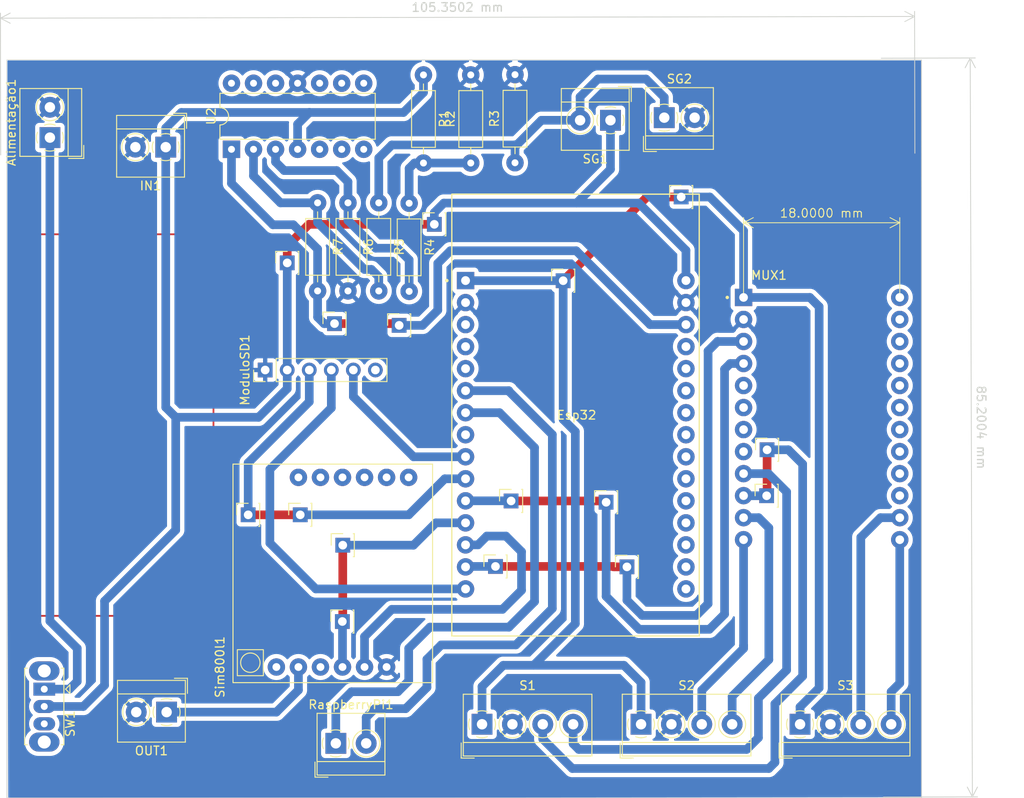
<source format=kicad_pcb>
(kicad_pcb (version 20221018) (generator pcbnew)
  (layers (0 "F.Cu" signal) (31 "B.Cu" signal) (34 "B.Paste" user) (35 "F.Paste" user) (36 "B.SilkS" user "B.Silkscreen") (37 "F.SilkS" user "F.Silkscreen") (38 "B.Mask" user) (39 "F.Mask" user) (44 "Edge.Cuts" user))
  (net 0 "")
  (net 1 "Vin")
  (net 2 "GND")
  (net 3 "3V3")
  (net 4 "SC0")
  (net 5 "SD0")
  (net 6 "SC1")
  (net 7 "SD1")
  (net 8 "SC2")
  (net 9 "SD2")
  (net 16 "VCC")
  (net 17 "MISO")
  (net 18 "MOSI")
  (net 19 "SCK")
  (net 20 "CS")
  (net 21 "4,1V")
  (net 22 "RX")
  (net 23 "TX")
  (net 24 "SDA")
  (net 25 "SCL")
  (net 57 "S+")
  (net 58 "S-")
  (net 59 "RX_Rasp")
  (net 60 "TX_Rasp")
  (net 62 "Vo")
  (net 63 "Net-(U2A--)")
  (net 64 "Net-(U2A-+)")
  (footprint "Connector_PinSocket_2.54mm:PinSocket_1x01_P2.54mm_Vertical" (layer "F.Cu") (at 100.8 89.81 90)
    (fp_text reference "REF**" hide)
    (fp_text value "PinSocket_1x01_P2.54mm_Vertical" hide)
    (pad "1" thru_hole rect (at 0 0 90) (size 1.7 1.7) (drill 1) (layers "*.Cu" "*.Mask") (net 1 "Vin"))
  )
  (footprint "Resistor_THT:R_Axial_DIN0207_L6.3mm_D2.5mm_P10.16mm_Horizontal" (layer "F.Cu") (at 90.85 87.33 -90)
    (fp_text reference "R6" (at 5.08 -2.37 -270) (layer "F.SilkS"))
    (fp_text value "R")
    (pad "1" thru_hole circle (at 0 0 270) (size 2 2) (drill 0.8) (layers "*.Cu" "*.Mask") (net 64 "Net-(U2A-+)"))
    (pad "2" thru_hole circle (at 10.16 0 270) (size 2 2) (drill 0.8) (layers "*.Cu" "*.Mask") (net 2 "GND"))
  )
  (footprint "Connector_PinSocket_2.54mm:PinSocket_1x01_P2.54mm_Vertical" (layer "F.Cu") (at 115.65 96.31 90)
    (fp_text reference "REF**" hide)
    (fp_text value "PinSocket_1x01_P2.54mm_Vertical" hide)
    (pad "1" thru_hole rect (at 0 0 90) (size 1.7 1.7) (drill 1) (layers "*.Cu" "*.Mask") (net 3 "3V3"))
  )
  (footprint "TerminalBlock_4Ucon:TerminalBlock_4Ucon_1x02_P3.50mm_Horizontal" (layer "F.Cu") (at 69.85 80.91 180)
    (fp_text reference "IN1" (at 1.75 -4.46) (layer "F.SilkS"))
    (fp_text value "Conn_01x02")
    (pad "1" thru_hole rect (at 0 0 180) (size 2.4 2.4) (drill 1.2) (layers "*.Cu" "*.Mask") (net 1 "Vin"))
    (pad "2" thru_hole circle (at 3.5 0 180) (size 2.4 2.4) (drill 1.2) (layers "*.Cu" "*.Mask") (net 2 "GND"))
  )
  (footprint "Connector_PinSocket_2.54mm:PinSocket_1x01_P2.54mm_Vertical" (layer "F.Cu") (at 90.25 126.81 90)
    (fp_text reference "REF**" hide)
    (fp_text value "PinSocket_1x01_P2.54mm_Vertical" hide)
    (pad "1" thru_hole rect (at 0 0 90) (size 1.7 1.7) (drill 1) (layers "*.Cu" "*.Mask") (net 22 "RX"))
  )
  (footprint "Connector_PinSocket_2.54mm:PinSocket_1x01_P2.54mm_Vertical" (layer "F.Cu") (at 85.35 123.31 90)
    (fp_text reference "REF**" hide)
    (fp_text value "PinSocket_1x01_P2.54mm_Vertical" hide)
    (pad "1" thru_hole rect (at 0 0 90) (size 1.7 1.7) (drill 1) (layers "*.Cu" "*.Mask") (net 17 "MISO"))
  )
  (footprint "TerminalBlock_4Ucon:TerminalBlock_4Ucon_1x04_P3.50mm_Horizontal" (layer "F.Cu") (at 106.3 147.46)
    (fp_text reference "S1" (at 5.25 -4.46) (layer "F.SilkS"))
    (fp_text value "Screw_Terminal_01x04")
    (pad "1" thru_hole rect (at 0 0) (size 2.4 2.4) (drill 1.2) (layers "*.Cu" "*.Mask") (net 3 "3V3"))
    (pad "2" thru_hole circle (at 3.5 0) (size 2.4 2.4) (drill 1.2) (layers "*.Cu" "*.Mask") (net 2 "GND"))
    (pad "3" thru_hole circle (at 7 0) (size 2.4 2.4) (drill 1.2) (layers "*.Cu" "*.Mask") (net 4 "SC0"))
    (pad "4" thru_hole circle (at 10.5 0) (size 2.4 2.4) (drill 1.2) (layers "*.Cu" "*.Mask") (net 5 "SD0"))
  )
  (footprint "Connector_PinSocket_2.54mm:PinSocket_1x01_P2.54mm_Vertical" (layer "F.Cu") (at 129.25 86.66 90)
    (fp_text reference "REF**" hide)
    (fp_text value "PinSocket_1x01_P2.54mm_Vertical" hide)
    (pad "1" thru_hole rect (at 0 0 90) (size 1.7 1.7) (drill 1) (layers "*.Cu" "*.Mask") (net 3 "3V3"))
  )
  (footprint "Resistor_THT:R_Axial_DIN0207_L6.3mm_D2.5mm_P10.16mm_Horizontal" (layer "F.Cu") (at 110.1 82.71 90)
    (fp_text reference "R3" (at 5.08 -2.37 90) (layer "F.SilkS"))
    (fp_text value "R")
    (pad "1" thru_hole circle (at 0 0 90) (size 2 2) (drill 0.8) (layers "*.Cu" "*.Mask") (net 58 "S-"))
    (pad "2" thru_hole circle (at 10.16 0 90) (size 2 2) (drill 0.8) (layers "*.Cu" "*.Mask") (net 2 "GND"))
  )
  (footprint "Connector_PinSocket_2.54mm:PinSocket_1x01_P2.54mm_Vertical" (layer "F.Cu") (at 79.35 123.31 90)
    (fp_text reference "REF**" hide)
    (fp_text value "PinSocket_1x01_P2.54mm_Vertical" hide)
    (pad "1" thru_hole rect (at 0 0 90) (size 1.7 1.7) (drill 1) (layers "*.Cu" "*.Mask") (net 17 "MISO"))
  )
  (footprint "Connector_PinSocket_2.54mm:PinSocket_1x01_P2.54mm_Vertical" (layer "F.Cu") (at 89.3 101.26 90)
    (fp_text reference "REF**" hide)
    (fp_text value "PinSocket_1x01_P2.54mm_Vertical" hide)
    (pad "1" thru_hole rect (at 0 0 90) (size 1.7 1.7) (drill 1) (layers "*.Cu" "*.Mask") (net 62 "Vo"))
  )
  (footprint "Connector_PinHeader_2.54mm:PinHeader_1x06_P2.54mm_Vertical" (layer "F.Cu") (at 81.31 106.61 90)
    (fp_text reference "ModuloSD1" (at 0 -2.33 90) (layer "F.SilkS"))
    (fp_text value "Conn_01x06")
    (pad "1" thru_hole rect (at 0 0 90) (size 1.7 1.7) (drill 1) (layers "*.Cu" "*.Mask") (net 2 "GND"))
    (pad "2" thru_hole oval (at 0 2.54 90) (size 1.7 1.7) (drill 1) (layers "*.Cu" "*.Mask") (net 1 "Vin"))
    (pad "3" thru_hole oval (at 0 5.08 90) (size 1.7 1.7) (drill 1) (layers "*.Cu" "*.Mask") (net 17 "MISO"))
    (pad "4" thru_hole oval (at 0 7.62 90) (size 1.7 1.7) (drill 1) (layers "*.Cu" "*.Mask") (net 18 "MOSI"))
    (pad "5" thru_hole oval (at 0 10.16 90) (size 1.7 1.7) (drill 1) (layers "*.Cu" "*.Mask") (net 19 "SCK"))
    (pad "6" thru_hole oval (at 0 12.7 90) (size 1.7 1.7) (drill 1) (layers "*.Cu" "*.Mask") (net 20 "CS"))
  )
  (footprint "TerminalBlock_4Ucon:TerminalBlock_4Ucon_1x02_P3.50mm_Horizontal" (layer "F.Cu") (at 89.45 149.66)
    (fp_text reference "RaspberryPi1" (at 1.75 -4.46) (layer "F.SilkS"))
    (fp_text value "Conn_01x02")
    (pad "1" thru_hole rect (at 0 0) (size 2.4 2.4) (drill 1.2) (layers "*.Cu" "*.Mask") (net 60 "TX_Rasp"))
    (pad "2" thru_hole circle (at 3.5 0) (size 2.4 2.4) (drill 1.2) (layers "*.Cu" "*.Mask") (net 59 "RX_Rasp"))
  )
  (footprint "MUX:MODULE_2717" (layer "F.Cu") (at 142.25 112.22)
    (fp_text reference "MUX1" (at -2.88 -16.53) (layer "F.SilkS"))
    (fp_text value "2717" hide)
    (pad "1" thru_hole rect (at -5.81 -13.98) (size 2 2) (drill 1) (layers "*.Cu" "*.Mask") (net 3 "3V3"))
    (pad "2" thru_hole circle (at -5.81 -11.44) (size 2 2) (drill 1) (layers "*.Cu" "*.Mask") (net 2 "GND"))
    (pad "3" thru_hole circle (at -5.81 -8.9) (size 2 2) (drill 1) (layers "*.Cu" "*.Mask") (net 24 "SDA"))
    (pad "4" thru_hole circle (at -5.81 -6.36) (size 2 2) (drill 1) (layers "*.Cu" "*.Mask") (net 25 "SCL"))
    (pad "5" thru_hole circle (at -5.81 -3.82) (size 2 2) (drill 1) (layers "*.Cu" "*.Mask"))
    (pad "6" thru_hole circle (at -5.81 -1.28) (size 2 2) (drill 1) (layers "*.Cu" "*.Mask"))
    (pad "7" thru_hole circle (at -5.81 1.26) (size 2 2) (drill 1) (layers "*.Cu" "*.Mask"))
    (pad "8" thru_hole circle (at -5.81 3.8) (size 2 2) (drill 1) (layers "*.Cu" "*.Mask"))
    (pad "9" thru_hole circle (at -5.81 6.34) (size 2 2) (drill 1) (layers "*.Cu" "*.Mask") (net 5 "SD0"))
    (pad "10" thru_hole circle (at -5.81 8.88) (size 2 2) (drill 1) (layers "*.Cu" "*.Mask") (net 4 "SC0"))
    (pad "11" thru_hole circle (at -5.81 11.42) (size 2 2) (drill 1) (layers "*.Cu" "*.Mask") (net 7 "SD1"))
    (pad "12" thru_hole circle (at -5.81 13.96) (size 2 2) (drill 1) (layers "*.Cu" "*.Mask") (net 6 "SC1"))
    (pad "13" thru_hole circle (at 12.19 13.96) (size 2 2) (drill 1) (layers "*.Cu" "*.Mask") (net 9 "SD2"))
    (pad "14" thru_hole circle (at 12.19 11.42) (size 2 2) (drill 1) (layers "*.Cu" "*.Mask") (net 8 "SC2"))
    (pad "15" thru_hole circle (at 12.19 8.88) (size 2 2) (drill 1) (layers "*.Cu" "*.Mask"))
    (pad "16" thru_hole circle (at 12.19 6.34) (size 2 2) (drill 1) (layers "*.Cu" "*.Mask"))
    (pad "17" thru_hole circle (at 12.19 3.8) (size 2 2) (drill 1) (layers "*.Cu" "*.Mask"))
    (pad "18" thru_hole circle (at 12.19 1.26) (size 2 2) (drill 1) (layers "*.Cu" "*.Mask"))
    (pad "19" thru_hole circle (at 12.19 -1.28) (size 2 2) (drill 1) (layers "*.Cu" "*.Mask"))
    (pad "20" thru_hole circle (at 12.19 -3.82) (size 2 2) (drill 1) (layers "*.Cu" "*.Mask"))
    (pad "21" thru_hole circle (at 12.19 -6.36) (size 2 2) (drill 1) (layers "*.Cu" "*.Mask"))
    (pad "22" thru_hole circle (at 12.19 -8.9) (size 2 2) (drill 1) (layers "*.Cu" "*.Mask"))
    (pad "23" thru_hole circle (at 12.19 -11.44) (size 2 2) (drill 1) (layers "*.Cu" "*.Mask"))
    (pad "24" thru_hole circle (at 12.19 -13.98) (size 2 2) (drill 1) (layers "*.Cu" "*.Mask"))
  )
  (footprint "Package_DIP:DIP-14_W7.62mm" (layer "F.Cu") (at 77.425 81.16 90)
    (fp_text reference "U2" (at 3.81 -2.33 90) (layer "F.SilkS"))
    (fp_text value "LM324")
    (pad "1" thru_hole rect (at 0 0 90) (size 2 2) (drill 0.8) (layers "*.Cu" "*.Mask") (net 62 "Vo"))
    (pad "2" thru_hole circle (at 0 2.54 90) (size 2 2) (drill 0.8) (layers "*.Cu" "*.Mask") (net 63 "Net-(U2A--)"))
    (pad "3" thru_hole circle (at 0 5.08 90) (size 2 2) (drill 0.8) (layers "*.Cu" "*.Mask") (net 64 "Net-(U2A-+)"))
    (pad "4" thru_hole circle (at 0 7.62 90) (size 2 2) (drill 0.8) (layers "*.Cu" "*.Mask") (net 1 "Vin"))
    (pad "5" thru_hole circle (at 0 10.16 90) (size 2 2) (drill 0.8) (layers "*.Cu" "*.Mask"))
    (pad "6" thru_hole circle (at 0 12.7 90) (size 2 2) (drill 0.8) (layers "*.Cu" "*.Mask"))
    (pad "7" thru_hole circle (at 0 15.24 90) (size 2 2) (drill 0.8) (layers "*.Cu" "*.Mask"))
    (pad "8" thru_hole circle (at 7.62 15.24 90) (size 2 2) (drill 0.8) (layers "*.Cu" "*.Mask"))
    (pad "9" thru_hole circle (at 7.62 12.7 90) (size 2 2) (drill 0.8) (layers "*.Cu" "*.Mask"))
    (pad "10" thru_hole circle (at 7.62 10.16 90) (size 2 2) (drill 0.8) (layers "*.Cu" "*.Mask"))
    (pad "11" thru_hole circle (at 7.62 7.62 90) (size 2 2) (drill 0.8) (layers "*.Cu" "*.Mask") (net 2 "GND"))
    (pad "12" thru_hole circle (at 7.62 5.08 90) (size 2 2) (drill 0.8) (layers "*.Cu" "*.Mask"))
    (pad "13" thru_hole circle (at 7.62 2.54 90) (size 2 2) (drill 0.8) (layers "*.Cu" "*.Mask"))
    (pad "14" thru_hole circle (at 7.62 0 90) (size 2 2) (drill 0.8) (layers "*.Cu" "*.Mask"))
  )
  (footprint "TerminalBlock_4Ucon:TerminalBlock_4Ucon_1x02_P3.50mm_Horizontal" (layer "F.Cu") (at 127.3 77.51)
    (fp_text reference "SG2" (at 1.75 -4.46) (layer "F.SilkS"))
    (fp_text value "Conn_01x02")
    (pad "1" thru_hole rect (at 0 0) (size 2.4 2.4) (drill 1.2) (layers "*.Cu" "*.Mask") (net 58 "S-"))
    (pad "2" thru_hole circle (at 3.5 0) (size 2.4 2.4) (drill 1.2) (layers "*.Cu" "*.Mask") (net 2 "GND"))
  )
  (footprint "TerminalBlock_4Ucon:TerminalBlock_4Ucon_1x02_P3.50mm_Horizontal" (layer "F.Cu") (at 121.1 77.81 180)
    (fp_text reference "SG1" (at 1.75 -4.46) (layer "F.SilkS"))
    (fp_text value "Conn_01x02")
    (pad "1" thru_hole rect (at 0 0 180) (size 2.4 2.4) (drill 1.2) (layers "*.Cu" "*.Mask") (net 1 "Vin"))
    (pad "2" thru_hole circle (at 3.5 0 180) (size 2.4 2.4) (drill 1.2) (layers "*.Cu" "*.Mask") (net 58 "S-"))
  )
  (footprint "Resistor_THT:R_Axial_DIN0207_L6.3mm_D2.5mm_P10.16mm_Horizontal" (layer "F.Cu") (at 87.35 87.33 -90)
    (fp_text reference "R7" (at 5.08 -2.37 -270) (layer "F.SilkS"))
    (fp_text value "R")
    (pad "1" thru_hole circle (at 0 0 270) (size 2 2) (drill 0.8) (layers "*.Cu" "*.Mask") (net 63 "Net-(U2A--)"))
    (pad "2" thru_hole circle (at 10.16 0 270) (size 2 2) (drill 0.8) (layers "*.Cu" "*.Mask") (net 62 "Vo"))
  )
  (footprint "Connector_PinSocket_2.54mm:PinSocket_1x01_P2.54mm_Vertical" (layer "F.Cu") (at 107.85 129.26 90)
    (fp_text reference "REF**" hide)
    (fp_text value "PinSocket_1x01_P2.54mm_Vertical" hide)
    (pad "1" thru_hole rect (at 0 0 90) (size 1.7 1.7) (drill 1) (layers "*.Cu" "*.Mask") (net 24 "SDA"))
  )
  (footprint "Connector_PinSocket_2.54mm:PinSocket_1x01_P2.54mm_Vertical" (layer "F.Cu") (at 96.75 101.46 90)
    (fp_text reference "REF**" hide)
    (fp_text value "PinSocket_1x01_P2.54mm_Vertical" hide)
    (pad "1" thru_hole rect (at 0 0 90) (size 1.7 1.7) (drill 1) (layers "*.Cu" "*.Mask") (net 62 "Vo"))
  )
  (footprint "TerminalBlock_4Ucon:TerminalBlock_4Ucon_1x04_P3.50mm_Horizontal" (layer "F.Cu") (at 124.625 147.46)
    (fp_text reference "S2" (at 5.25 -4.46) (layer "F.SilkS"))
    (fp_text value "Screw_Terminal_01x04")
    (pad "1" thru_hole rect (at 0 0) (size 2.4 2.4) (drill 1.2) (layers "*.Cu" "*.Mask") (net 3 "3V3"))
    (pad "2" thru_hole circle (at 3.5 0) (size 2.4 2.4) (drill 1.2) (layers "*.Cu" "*.Mask") (net 2 "GND"))
    (pad "3" thru_hole circle (at 7 0) (size 2.4 2.4) (drill 1.2) (layers "*.Cu" "*.Mask") (net 6 "SC1"))
    (pad "4" thru_hole circle (at 10.5 0) (size 2.4 2.4) (drill 1.2) (layers "*.Cu" "*.Mask") (net 7 "SD1"))
  )
  (footprint "TerminalBlock_4Ucon:TerminalBlock_4Ucon_1x02_P3.50mm_Horizontal" (layer "F.Cu") (at 56.5 79.81 90)
    (fp_text reference "Alimentação1" (at 1.75 -4.46 90) (layer "F.SilkS"))
    (fp_text value "Conn_01x02")
    (pad "1" thru_hole rect (at 0 0 90) (size 2.4 2.4) (drill 1.2) (layers "*.Cu" "*.Mask") (net 16 "VCC"))
    (pad "2" thru_hole circle (at 3.5 0 90) (size 2.4 2.4) (drill 1.2) (layers "*.Cu" "*.Mask") (net 2 "GND"))
  )
  (footprint "Button_Switch_THT:SW_Slide_1P2T_CK_OS102011MS2Q" (layer "F.Cu") (at 55.85 143.41 -90)
    (fp_text reference "SW1" (at 3.99 -2.99 -270) (layer "F.SilkS"))
    (fp_text value "SW_DIP_x01")
    (pad "" thru_hole oval (at -2.1 0 270) (size 2.2 3.5) (drill 1.5) (layers "*.Cu" "*.Mask"))
    (pad "" thru_hole oval (at 6.1 0 270) (size 2.2 3.5) (drill 1.5) (layers "*.Cu" "*.Mask"))
    (pad "1" thru_hole rect (at 0 0 270) (size 1.5 2.5) (drill 0.8) (layers "*.Cu" "*.Mask") (net 16 "VCC"))
    (pad "2" thru_hole oval (at 2 0 270) (size 1.5 2.5) (drill 0.8) (layers "*.Cu" "*.Mask") (net 1 "Vin"))
    (pad "3" thru_hole oval (at 4 0 270) (size 1.5 2.5) (drill 0.8) (layers "*.Cu" "*.Mask"))
  )
  (footprint "ESP32-DEVKIT-V1:MODULE_ESP32_DEVKIT_V1" (layer "F.Cu") (at 117.1 111.81)
    (fp_text reference "Esp32" (at 0.1 0) (layer "F.SilkS"))
    (fp_text value "ESP32-DEVKIT-V1")
    (pad "1" thru_hole rect (at -12.7 -15.515) (size 2 2) (drill 1.02) (layers "*.Cu" "*.Mask") (net 3 "3V3"))
    (pad "2" thru_hole circle (at -12.7 -12.975) (size 2 2) (drill 1.02) (layers "*.Cu" "*.Mask") (net 2 "GND"))
    (pad "3" thru_hole circle (at -12.7 -10.435) (size 2 2) (drill 1.02) (layers "*.Cu" "*.Mask"))
    (pad "4" thru_hole circle (at -12.7 -7.895) (size 2 2) (drill 1.02) (layers "*.Cu" "*.Mask"))
    (pad "5" thru_hole circle (at -12.7 -5.355) (size 2 2) (drill 1.02) (layers "*.Cu" "*.Mask"))
    (pad "6" thru_hole circle (at -12.7 -2.815) (size 2 2) (drill 1.02) (layers "*.Cu" "*.Mask") (net 59 "RX_Rasp"))
    (pad "7" thru_hole circle (at -12.7 -0.275) (size 2 2) (drill 1.02) (layers "*.Cu" "*.Mask") (net 60 "TX_Rasp"))
    (pad "8" thru_hole circle (at -12.7 2.265) (size 2 2) (drill 1.02) (layers "*.Cu" "*.Mask"))
    (pad "9" thru_hole circle (at -12.7 4.805) (size 2 2) (drill 1.02) (layers "*.Cu" "*.Mask") (net 19 "SCK"))
    (pad "10" thru_hole circle (at -12.7 7.345) (size 2 2) (drill 1.02) (layers "*.Cu" "*.Mask") (net 17 "MISO"))
    (pad "11" thru_hole circle (at -12.7 9.885) (size 2 2) (drill 1.02) (layers "*.Cu" "*.Mask") (net 25 "SCL"))
    (pad "12" thru_hole circle (at -12.7 12.425) (size 2 2) (drill 1.02) (layers "*.Cu" "*.Mask") (net 22 "RX"))
    (pad "13" thru_hole circle (at -12.7 14.965) (size 2 2) (drill 1.02) (layers "*.Cu" "*.Mask") (net 23 "TX"))
    (pad "14" thru_hole circle (at -12.7 17.505) (size 2 2) (drill 1.02) (layers "*.Cu" "*.Mask") (net 24 "SDA"))
    (pad "15" thru_hole circle (at -12.7 20.045) (size 2 2) (drill 1.02) (layers "*.Cu" "*.Mask") (net 18 "MOSI"))
    (pad "16" thru_hole circle (at 12.7 20.045) (size 2 2) (drill 1.02) (layers "*.Cu" "*.Mask"))
    (pad "17" thru_hole circle (at 12.7 17.505) (size 2 2) (drill 1.02) (layers "*.Cu" "*.Mask"))
    (pad "18" thru_hole circle (at 12.7 14.965) (size 2 2) (drill 1.02) (layers "*.Cu" "*.Mask"))
    (pad "19" thru_hole circle (at 12.7 12.425) (size 2 2) (drill 1.02) (layers "*.Cu" "*.Mask"))
    (pad "20" thru_hole circle (at 12.7 9.885) (size 2 2) (drill 1.02) (layers "*.Cu" "*.Mask"))
    (pad "21" thru_hole circle (at 12.7 7.345) (size 2 2) (drill 1.02) (layers "*.Cu" "*.Mask"))
    (pad "22" thru_hole circle (at 12.7 4.805) (size 2 2) (drill 1.02) (layers "*.Cu" "*.Mask"))
    (pad "23" thru_hole circle (at 12.7 2.265) (size 2 2) (drill 1.02) (layers "*.Cu" "*.Mask"))
    (pad "24" thru_hole circle (at 12.7 -0.275) (size 2 2) (drill 1.02) (layers "*.Cu" "*.Mask"))
    (pad "25" thru_hole circle (at 12.7 -2.815) (size 2 2) (drill 1.02) (layers "*.Cu" "*.Mask"))
    (pad "26" thru_hole circle (at 12.7 -5.355) (size 2 2) (drill 1.02) (layers "*.Cu" "*.Mask"))
    (pad "27" thru_hole circle (at 12.7 -7.895) (size 2 2) (drill 1.02) (layers "*.Cu" "*.Mask"))
    (pad "28" thru_hole circle (at 12.7 -10.435) (size 2 2) (drill 1.02) (layers "*.Cu" "*.Mask") (net 62 "Vo"))
    (pad "29" thru_hole circle (at 12.7 -12.975) (size 2 2) (drill 1.02) (layers "*.Cu" "*.Mask") (net 2 "GND"))
    (pad "30" thru_hole circle (at 12.7 -15.515) (size 2 2) (drill 1.02) (layers "*.Cu" "*.Mask") (net 1 "Vin"))
  )
  (footprint "TerminalBlock_4Ucon:TerminalBlock_4Ucon_1x02_P3.50mm_Horizontal" (layer "F.Cu") (at 69.95 146.06 180)
    (fp_text reference "OUT1" (at 1.75 -4.46) (layer "F.SilkS"))
    (fp_text value "Conn_01x02")
    (pad "1" thru_hole rect (at 0 0 180) (size 2.4 2.4) (drill 1.2) (layers "*.Cu" "*.Mask") (net 21 "4,1V"))
    (pad "2" thru_hole circle (at 3.5 0 180) (size 2.4 2.4) (drill 1.2) (layers "*.Cu" "*.Mask") (net 2 "GND"))
  )
  (footprint "Connector_PinSocket_2.54mm:PinSocket_1x01_P2.54mm_Vertical" (layer "F.Cu") (at 109.65 121.71 90)
    (fp_text reference "REF**" hide)
    (fp_text value "PinSocket_1x01_P2.54mm_Vertical" hide)
    (pad "1" thru_hole rect (at 0 0 90) (size 1.7 1.7) (drill 1) (layers "*.Cu" "*.Mask") (net 25 "SCL"))
  )
  (footprint "Connector_PinSocket_2.54mm:PinSocket_1x01_P2.54mm_Vertical" (layer "F.Cu") (at 139.15 115.81 90)
    (fp_text reference "REF**" hide)
    (fp_text value "PinSocket_1x01_P2.54mm_Vertical" hide)
    (pad "1" thru_hole rect (at 0 0 90) (size 1.7 1.7) (drill 1) (layers "*.Cu" "*.Mask") (net 4 "SC0"))
  )
  (footprint "Resistor_THT:R_Axial_DIN0207_L6.3mm_D2.5mm_P10.16mm_Horizontal" (layer "F.Cu") (at 99.55 72.58 -90)
    (fp_text reference "R1" (at 5.08 -2.37 -270) (layer "F.SilkS"))
    (fp_text value "R")
    (pad "1" thru_hole circle (at 0 0 270) (size 2 2) (drill 0.8) (layers "*.Cu" "*.Mask") (net 1 "Vin"))
    (pad "2" thru_hole circle (at 10.16 0 270) (size 2 2) (drill 0.8) (layers "*.Cu" "*.Mask") (net 57 "S+"))
  )
  (footprint "Connector_PinSocket_2.54mm:PinSocket_1x01_P2.54mm_Vertical" (layer "F.Cu") (at 120.6 121.86 90)
    (fp_text reference "REF**" hide)
    (fp_text value "PinSocket_1x01_P2.54mm_Vertical" hide)
    (pad "1" thru_hole rect (at 0 0 90) (size 1.7 1.7) (drill 1) (layers "*.Cu" "*.Mask") (net 25 "SCL"))
  )
  (footprint "Resistor_THT:R_Axial_DIN0207_L6.3mm_D2.5mm_P10.16mm_Horizontal" (layer "F.Cu") (at 105 82.74 90)
    (fp_text reference "R2" (at 5.08 -2.37 90) (layer "F.SilkS"))
    (fp_text value "R")
    (pad "1" thru_hole circle (at 0 0 90) (size 2 2) (drill 0.8) (layers "*.Cu" "*.Mask") (net 57 "S+"))
    (pad "2" thru_hole circle (at 10.16 0 90) (size 2 2) (drill 0.8) (layers "*.Cu" "*.Mask") (net 2 "GND"))
  )
  (footprint "Connector_PinSocket_2.54mm:PinSocket_1x01_P2.54mm_Vertical" (layer "F.Cu") (at 123 129.31 90)
    (fp_text reference "REF**" hide)
    (fp_text value "PinSocket_1x01_P2.54mm_Vertical" hide)
    (pad "1" thru_hole rect (at 0 0 90) (size 1.7 1.7) (drill 1) (layers "*.Cu" "*.Mask") (net 24 "SDA"))
  )
  (footprint "SIM800L-Core-Module-KiCad-Footprint-main:SIM800L-CORE" (layer "F.Cu") (at 82.6 140.86 90)
    (fp_text reference "Sim800l1" (at 0 -6.5 90 unlocked) (layer "F.SilkS"))
    (fp_text value "SIM800L-CORE")
    (pad "1" thru_hole circle (at 0 0 90) (size 2 2) (drill 0.9) (layers "*.Cu" "*.Mask"))
    (pad "2" thru_hole circle (at 0 2.54 90) (size 2 2) (drill 0.9) (layers "*.Cu" "*.Mask") (net 21 "4,1V"))
    (pad "3" thru_hole circle (at 0 5.08 90) (size 2 2) (drill 0.9) (layers "*.Cu" "*.Mask"))
    (pad "4" thru_hole circle (at 0 7.62 90) (size 2 2) (drill 0.9) (layers "*.Cu" "*.Mask") (net 22 "RX"))
    (pad "5" thru_hole circle (at 0 10.16 90) (size 2 2) (drill 0.9) (layers "*.Cu" "*.Mask") (net 23 "TX"))
    (pad "6" thru_hole circle (at 0 12.7 90) (size 2 2) (drill 0.9) (layers "*.Cu" "*.Mask") (net 2 "GND"))
    (pad "7" thru_hole circle (at 21.87 15.24 90) (size 2 2) (drill 0.9) (layers "*.Cu" "*.Mask"))
    (pad "8" thru_hole circle (at 21.87 12.7 90) (size 2 2) (drill 0.9) (layers "*.Cu" "*.Mask"))
    (pad "9" thru_hole circle (at 21.87 10.16 90) (size 2 2) (drill 0.9) (layers "*.Cu" "*.Mask"))
    (pad "10" thru_hole circle (at 21.87 7.62 90) (size 2 2) (drill 0.9) (layers "*.Cu" "*.Mask"))
    (pad "11" thru_hole circle (at 21.87 5.08 90) (size 2 2) (drill 0.9) (layers "*.Cu" "*.Mask"))
    (pad "12" thru_hole circle (at 21.87 2.54 90) (size 2 2) (drill 0.9) (layers "*.Cu" "*.Mask"))
  )
  (footprint "Connector_PinSocket_2.54mm:PinSocket_1x01_P2.54mm_Vertical" (layer "F.Cu") (at 90.2 135.61 90)
    (fp_text reference "REF**" hide)
    (fp_text value "PinSocket_1x01_P2.54mm_Vertical" hide)
    (pad "1" thru_hole rect (at 0 0 90) (size 1.7 1.7) (drill 1) (layers "*.Cu" "*.Mask") (net 22 "RX"))
  )
  (footprint "TerminalBlock_4Ucon:TerminalBlock_4Ucon_1x04_P3.50mm_Horizontal" (layer "F.Cu") (at 142.95 147.46)
    (fp_text reference "S3" (at 5.25 -4.46) (layer "F.SilkS"))
    (fp_text value "Screw_Terminal_01x04")
    (pad "1" thru_hole rect (at 0 0) (size 2.4 2.4) (drill 1.2) (layers "*.Cu" "*.Mask") (net 3 "3V3"))
    (pad "2" thru_hole circle (at 3.5 0) (size 2.4 2.4) (drill 1.2) (layers "*.Cu" "*.Mask") (net 2 "GND"))
    (pad "3" thru_hole circle (at 7 0) (size 2.4 2.4) (drill 1.2) (layers "*.Cu" "*.Mask") (net 8 "SC2"))
    (pad "4" thru_hole circle (at 10.5 0) (size 2.4 2.4) (drill 1.2) (layers "*.Cu" "*.Mask") (net 9 "SD2"))
  )
  (footprint "Connector_PinSocket_2.54mm:PinSocket_1x01_P2.54mm_Vertical" (layer "F.Cu") (at 139.1 121.11 90)
    (fp_text reference "REF**" hide)
    (fp_text value "PinSocket_1x01_P2.54mm_Vertical" hide)
    (pad "1" thru_hole rect (at 0 0 90) (size 1.7 1.7) (drill 1) (layers "*.Cu" "*.Mask") (net 4 "SC0"))
  )
  (footprint "Resistor_THT:R_Axial_DIN0207_L6.3mm_D2.5mm_P10.16mm_Horizontal" (layer "F.Cu") (at 97.9 87.38 -90)
    (fp_text reference "R4" (at 5.08 -2.37 -270) (layer "F.SilkS"))
    (fp_text value "R")
    (pad "1" thru_hole circle (at 0 0 270) (size 2 2) (drill 0.8) (layers "*.Cu" "*.Mask") (net 57 "S+"))
    (pad "2" thru_hole circle (at 10.16 0 270) (size 2 2) (drill 0.8) (layers "*.Cu" "*.Mask") (net 64 "Net-(U2A-+)"))
  )
  (footprint "Connector_PinSocket_2.54mm:PinSocket_1x01_P2.54mm_Vertical" (layer "F.Cu") (at 83.85 94.26 90)
    (fp_text reference "REF**" hide)
    (fp_text value "PinSocket_1x01_P2.54mm_Vertical" hide)
    (pad "1" thru_hole rect (at 0 0 90) (size 1.7 1.7) (drill 1) (layers "*.Cu" "*.Mask") (net 1 "Vin"))
  )
  (footprint "Resistor_THT:R_Axial_DIN0207_L6.3mm_D2.5mm_P10.16mm_Horizontal" (layer "F.Cu") (at 94.4 87.33 -90)
    (fp_text reference "R5" (at 5.08 -2.37 -270) (layer "F.SilkS"))
    (fp_text value "R")
    (pad "1" thru_hole circle (at 0 0 270) (size 2 2) (drill 0.8) (layers "*.Cu" "*.Mask") (net 58 "S-"))
    (pad "2" thru_hole circle (at 10.16 0 270) (size 2 2) (drill 0.8) (layers "*.Cu" "*.Mask") (net 63 "Net-(U2A--)"))
  )
  (gr_rect (start 52.35 134.96) (end 75.35 90.96) (stroke (width 0.2)) (fill none) (layer "F.Cu"))
  (gr_rect (start 51.55 155.96) (end 156.95 70.86) (stroke (width 0.1)) (fill none) (layer "Edge.Cuts"))
  (dimension (type aligned) (layer "Edge.Cuts") (pts (xy 156.180887 82.109894) (xy 50.830887 82.309894)) (height 16.269923) (gr_text "105.3502 mm" (at 103.472817 64.790002 0.1087721133) (layer "Edge.Cuts") (effects (font (size 1 1) (thickness 0.15)))) (format (prefix "") (suffix "") (units 3) (units_format 1) (precision 4)) (style (thickness 0.1) (arrow_length 1.27) (text_position_mode 0) (extension_height 0.58642) (extension_offset 0.5) keep_text_aligned))
  (dimension (type aligned) (layer "Edge.Cuts") (pts (xy 151.801425 70.66) (xy 152.051425 155.86)) (height -10.758621) (gr_text "85.2004 mm" (at 163.834995 113.225057 270.1681209) (layer "Edge.Cuts") (effects (font (size 1 1) (thickness 0.15)))) (format (prefix "") (suffix "") (units 3) (units_format 1) (precision 4)) (style (thickness 0.1) (arrow_length 1.27) (text_position_mode 0) (extension_height 0.58642) (extension_offset 0.5) keep_text_aligned))
  (segment (start 83.85 92.31) (end 83.85 94.26) (width 1) (layer "F.Cu") (net 1))
  (segment (start 100.8 89.81) (end 86.35 89.81) (width 1) (layer "F.Cu") (net 1))
  (segment (start 86.35 89.81) (end 83.85 92.31) (width 1) (layer "F.Cu") (net 1))
  (segment (start 86.4 76.91) (end 71.65 76.91) (width 1) (layer "B.Cu") (net 1))
  (segment (start 80.55 112.06) (end 83.85 108.76) (width 1) (layer "B.Cu") (net 1))
  (segment (start 71 112.06) (end 80.55 112.06) (width 1) (layer "B.Cu") (net 1))
  (segment (start 55.85 145.41) (end 60.35 145.41) (width 1) (layer "B.Cu") (net 1))
  (segment (start 86.4 76.91) (end 85.045 78.265) (width 1) (layer "B.Cu") (net 1))
  (segment (start 121.1 83.46) (end 117.2 87.36) (width 1) (layer "B.Cu") (net 1))
  (segment (start 99.55 74.61) (end 97.25 76.91) (width 1) (layer "B.Cu") (net 1))
  (segment (start 121.1 77.81) (end 121.1 83.46) (width 1) (layer "B.Cu") (net 1))
  (segment (start 69.85 78.71) (end 69.85 80.91) (width 1) (layer "B.Cu") (net 1))
  (segment (start 62.8 142.96) (end 62.8 133.26) (width 1) (layer "B.Cu") (net 1))
  (segment (start 117.5 87.36) (end 124.35 87.36) (width 1) (layer "B.Cu") (net 1))
  (segment (start 71.65 76.91) (end 69.85 78.71) (width 1) (layer "B.Cu") (net 1))
  (segment (start 101.9 87.36) (end 117.2 87.36) (width 1) (layer "B.Cu") (net 1))
  (segment (start 69.85 80.91) (end 69.85 110.91) (width 1) (layer "B.Cu") (net 1))
  (segment (start 117.2 87.36) (end 117.5 87.36) (width 1) (layer "B.Cu") (net 1))
  (segment (start 99.55 72.58) (end 99.55 74.61) (width 1) (layer "B.Cu") (net 1))
  (segment (start 97.25 76.91) (end 86.4 76.91) (width 1) (layer "B.Cu") (net 1))
  (segment (start 129.8 92.81) (end 129.8 96.295) (width 1) (layer "B.Cu") (net 1))
  (segment (start 83.85 94.26) (end 83.85 106.61) (width 1) (layer "B.Cu") (net 1))
  (segment (start 60.35 145.41) (end 62.8 142.96) (width 1) (layer "B.Cu") (net 1))
  (segment (start 69.85 110.91) (end 71 112.06) (width 1) (layer "B.Cu") (net 1))
  (segment (start 62.8 133.26) (end 71 125.06) (width 1) (layer "B.Cu") (net 1))
  (segment (start 83.85 108.76) (end 83.85 106.61) (width 1) (layer "B.Cu") (net 1))
  (segment (start 85.045 78.265) (end 85.045 81.16) (width 1) (layer "B.Cu") (net 1))
  (segment (start 71 125.06) (end 71 112.06) (width 1) (layer "B.Cu") (net 1))
  (segment (start 100.8 88.46) (end 101.9 87.36) (width 1) (layer "B.Cu") (net 1))
  (segment (start 124.35 87.36) (end 129.8 92.81) (width 1) (layer "B.Cu") (net 1))
  (segment (start 100.8 89.81) (end 100.8 88.46) (width 1) (layer "B.Cu") (net 1))
  (segment (start 129.25 86.66) (end 125.3 86.66) (width 1) (layer "F.Cu") (net 3))
  (segment (start 125.3 86.66) (end 115.65 96.31) (width 1) (layer "F.Cu") (net 3))
  (segment (start 129.25 86.66) (end 132.55 86.66) (width 1) (layer "B.Cu") (net 3))
  (segment (start 142.95 147.46) (end 142.95 145.46) (width 1) (layer "B.Cu") (net 3))
  (segment (start 115.65 96.31) (end 104.415 96.31) (width 1) (layer "B.Cu") (net 3))
  (segment (start 117.05 135.86) (end 112.25 140.66) (width 1) (layer "B.Cu") (net 3))
  (segment (start 112.25 140.66) (end 108.75 140.66) (width 1) (layer "B.Cu") (net 3))
  (segment (start 142.95 145.46) (end 145.15 143.26) (width 1) (layer "B.Cu") (net 3))
  (segment (start 115.65 112.31) (end 117.05 113.71) (width 1) (layer "B.Cu") (net 3))
  (segment (start 115.65 96.31) (end 115.65 112.31) (width 1) (layer "B.Cu") (net 3))
  (segment (start 136.44 90.55) (end 132.55 86.66) (width 1) (layer "B.Cu") (net 3))
  (segment (start 144.08 98.24) (end 136.44 98.24) (width 1) (layer "B.Cu") (net 3))
  (segment (start 124.625 142.635) (end 124.625 147.46) (width 1) (layer "B.Cu") (net 3))
  (segment (start 117.05 113.71) (end 117.05 135.86) (width 1) (layer "B.Cu") (net 3))
  (segment (start 112.25 140.66) (end 122.65 140.66) (width 1) (layer "B.Cu") (net 3))
  (segment (start 104.415 96.31) (end 104.4 96.295) (width 1) (layer "B.Cu") (net 3))
  (segment (start 136.44 98.24) (end 136.44 90.55) (width 1) (layer "B.Cu") (net 3))
  (segment (start 122.65 140.66) (end 124.625 142.635) (width 1) (layer "B.Cu") (net 3))
  (segment (start 106.3 143.11) (end 106.3 147.46) (width 1) (layer "B.Cu") (net 3))
  (segment (start 145.15 143.26) (end 145.15 99.31) (width 1) (layer "B.Cu") (net 3))
  (segment (start 108.75 140.66) (end 106.3 143.11) (width 1) (layer "B.Cu") (net 3))
  (segment (start 145.15 99.31) (end 144.08 98.24) (width 1) (layer "B.Cu") (net 3))
  (segment (start 139.15 121.06) (end 139.1 121.11) (width 1) (layer "F.Cu") (net 4))
  (segment (start 139.15 115.81) (end 139.15 121.06) (width 1) (layer "F.Cu") (net 4))
  (segment (start 139.35 152.56) (end 140.05 151.86) (width 1) (layer "B.Cu") (net 4))
  (segment (start 140.05 151.86) (end 140.05 145.11) (width 1) (layer "B.Cu") (net 4))
  (segment (start 113.3 147.46) (end 113.3 149.157056) (width 1) (layer "B.Cu") (net 4))
  (segment (start 143.25 117.46) (end 141.6 115.81) (width 1) (layer "B.Cu") (net 4))
  (segment (start 139.1 121.11) (end 136.45 121.11) (width 1) (layer "B.Cu") (net 4))
  (segment (start 141.6 115.81) (end 139.15 115.81) (width 1) (layer "B.Cu") (net 4))
  (segment (start 116.702944 152.56) (end 139.35 152.56) (width 1) (layer "B.Cu") (net 4))
  (segment (start 140.05 145.11) (end 143.25 141.91) (width 1) (layer "B.Cu") (net 4))
  (segment (start 113.3 149.157056) (end 116.702944 152.56) (width 1) (layer "B.Cu") (net 4))
  (segment (start 143.25 141.91) (end 143.25 117.46) (width 1) (layer "B.Cu") (net 4))
  (segment (start 136.45 121.11) (end 136.44 121.1) (width 1) (layer "B.Cu") (net 4))
  (segment (start 136.8 150.36) (end 138.15 149.01) (width 1) (layer "B.Cu") (net 5))
  (segment (start 141.4 141.21) (end 141.4 120.66) (width 1) (layer "B.Cu") (net 5))
  (segment (start 141.4 120.66) (end 139.3 118.56) (width 1) (layer "B.Cu") (net 5))
  (segment (start 117.45 150.36) (end 136.8 150.36) (width 1) (layer "B.Cu") (net 5))
  (segment (start 138.15 144.46) (end 141.4 141.21) (width 1) (layer "B.Cu") (net 5))
  (segment (start 116.8 147.46) (end 116.8 149.71) (width 1) (layer "B.Cu") (net 5))
  (segment (start 116.8 149.71) (end 117.45 150.36) (width 1) (layer "B.Cu") (net 5))
  (segment (start 138.15 149.01) (end 138.15 144.46) (width 1) (layer "B.Cu") (net 5))
  (segment (start 139.3 118.56) (end 136.44 118.56) (width 1) (layer "B.Cu") (net 5))
  (segment (start 131.625 143.535) (end 131.625 147.46) (width 1) (layer "B.Cu") (net 6))
  (segment (start 136.45 138.41) (end 136.44 138.4) (width 1) (layer "B.Cu") (net 6))
  (segment (start 136.44 138.72) (end 131.625 143.535) (width 1) (layer "B.Cu") (net 6))
  (segment (start 136.44 138.4) (end 136.44 138.72) (width 1) (layer "B.Cu") (net 6))
  (segment (start 136.44 138.4) (end 136.44 126.18) (width 1) (layer "B.Cu") (net 6))
  (segment (start 138.18 123.64) (end 139.35 124.81) (width 1) (layer "B.Cu") (net 7))
  (segment (start 136.44 123.64) (end 138.18 123.64) (width 1) (layer "B.Cu") (net 7))
  (segment (start 139.35 140.01) (end 135.125 144.235) (width 1) (layer "B.Cu") (net 7))
  (segment (start 139.35 124.81) (end 139.35 140.01) (width 1) (layer "B.Cu") (net 7))
  (segment (start 135.125 144.235) (end 135.125 147.46) (width 1) (layer "B.Cu") (net 7))
  (segment (start 152.22 123.64) (end 149.95 125.91) (width 1) (layer "B.Cu") (net 8))
  (segment (start 154.44 123.64) (end 152.22 123.64) (width 1) (layer "B.Cu") (net 8))
  (segment (start 149.95 125.91) (end 149.95 147.46) (width 1) (layer "B.Cu") (net 8))
  (segment (start 154.44 126.18) (end 154.44 142.72) (width 1) (layer "B.Cu") (net 9))
  (segment (start 153.45 143.71) (end 153.45 147.46) (width 1) (layer "B.Cu") (net 9))
  (segment (start 154.44 142.72) (end 153.45 143.71) (width 1) (layer "B.Cu") (net 9))
  (segment (start 59.65 142.51) (end 58.75 143.41) (width 1) (layer "B.Cu") (net 16))
  (segment (start 56.5 135.56) (end 59.65 138.71) (width 1) (layer "B.Cu") (net 16))
  (segment (start 56.5 79.81) (end 56.5 135.56) (width 1) (layer "B.Cu") (net 16))
  (segment (start 59.65 138.71) (end 59.65 142.51) (width 1) (layer "B.Cu") (net 16))
  (segment (start 58.75 143.41) (end 55.85 143.41) (width 1) (layer "B.Cu") (net 16))
  (segment (start 85.35 123.31) (end 79.35 123.31) (width 1) (layer "F.Cu") (net 17))
  (segment (start 97.85 123.31) (end 102.005 119.155) (width 1) (layer "B.Cu") (net 17))
  (segment (start 102.005 119.155) (end 104.4 119.155) (width 1) (layer "B.Cu") (net 17))
  (segment (start 85.35 123.31) (end 97.85 123.31) (width 1) (layer "B.Cu") (net 17))
  (segment (start 86.39 110.27) (end 79.35 117.31) (width 1) (layer "B.Cu") (net 17))
  (segment (start 79.35 117.31) (end 79.35 123.31) (width 1) (layer "B.Cu") (net 17))
  (segment (start 86.39 106.61) (end 86.39 110.27) (width 1) (layer "B.Cu") (net 17))
  (segment (start 81.85 126.56) (end 87.145 131.855) (width 1) (layer "B.Cu") (net 18))
  (segment (start 87.145 131.855) (end 104.4 131.855) (width 1) (layer "B.Cu") (net 18))
  (segment (start 88.93 110.98) (end 81.85 118.06) (width 1) (layer "B.Cu") (net 18))
  (segment (start 88.93 106.61) (end 88.93 110.98) (width 1) (layer "B.Cu") (net 18))
  (segment (start 81.85 118.06) (end 81.85 126.56) (width 1) (layer "B.Cu") (net 18))
  (segment (start 91.47 106.61) (end 91.47 109.68) (width 1) (layer "B.Cu") (net 19))
  (segment (start 91.47 109.68) (end 98.405 116.615) (width 1) (layer "B.Cu") (net 19))
  (segment (start 98.405 116.615) (end 104.4 116.615) (width 1) (layer "B.Cu") (net 19))
  (segment (start 69.95 146.06) (end 82.6 146.06) (width 1) (layer "B.Cu") (net 21))
  (segment (start 82.6 146.06) (end 85.14 143.52) (width 1) (layer "B.Cu") (net 21))
  (segment (start 85.14 143.52) (end 85.14 140.86) (width 1) (layer "B.Cu") (net 21))
  (segment (start 90.25 135.56) (end 90.2 135.61) (width 1) (layer "F.Cu") (net 22))
  (segment (start 90.25 126.81) (end 90.25 135.56) (width 1) (layer "F.Cu") (net 22))
  (segment (start 100.975 124.235) (end 104.4 124.235) (width 1) (layer "B.Cu") (net 22))
  (segment (start 98.4 126.81) (end 100.975 124.235) (width 1) (layer "B.Cu") (net 22))
  (segment (start 90.22 140.86) (end 90.22 135.63) (width 1) (layer "B.Cu") (net 22))
  (segment (start 90.22 135.63) (end 90.2 135.61) (width 1) (layer "B.Cu") (net 22))
  (segment (start 90.25 126.81) (end 98.4 126.81) (width 1) (layer "B.Cu") (net 22))
  (segment (start 109.05 125.76) (end 110.85 127.56) (width 1) (layer "B.Cu") (net 23))
  (segment (start 95.9 134.21) (end 92.76 137.35) (width 1) (layer "B.Cu") (net 23))
  (segment (start 92.76 137.35) (end 92.76 140.86) (width 1) (layer "B.Cu") (net 23))
  (segment (start 105.835 126.775) (end 106.85 125.76) (width 1) (layer "B.Cu") (net 23))
  (segment (start 110.85 132.01) (end 108.65 134.21) (width 1) (layer "B.Cu") (net 23))
  (segment (start 108.65 134.21) (end 95.9 134.21) (width 1) (layer "B.Cu") (net 23))
  (segment (start 110.85 127.56) (end 110.85 132.01) (width 1) (layer "B.Cu") (net 23))
  (segment (start 104.4 126.775) (end 105.835 126.775) (width 1) (layer "B.Cu") (net 23))
  (segment (start 106.85 125.76) (end 109.05 125.76) (width 1) (layer "B.Cu") (net 23))
  (segment (start 121.5 129.31) (end 121.45 129.26) (width 1) (layer "F.Cu") (net 24))
  (segment (start 107.85 129.26) (end 121.45 129.26) (width 1) (layer "F.Cu") (net 24))
  (segment (start 123 129.31) (end 121.5 129.31) (width 1) (layer "F.Cu") (net 24))
  (segment (start 132.35 104.41) (end 133.45 103.31) (width 1) (layer "B.Cu") (net 24))
  (segment (start 131 134.91) (end 132.35 133.56) (width 1) (layer "B.Cu") (net 24))
  (segment (start 123 133.16) (end 124.75 134.91) (width 1) (layer "B.Cu") (net 24))
  (segment (start 136.44 103.32) (end 133.46 103.32) (width 1) (layer "B.Cu") (net 24))
  (segment (start 124.75 134.91) (end 131 134.91) (width 1) (layer "B.Cu") (net 24))
  (segment (start 107.845 129.315) (end 107.85 129.31) (width 1) (layer "B.Cu") (net 24))
  (segment (start 104.455 129.26) (end 104.4 129.315) (width 1) (layer "B.Cu") (net 24))
  (segment (start 133.46 103.32) (end 133.45 103.31) (width 1) (layer "B.Cu") (net 24))
  (segment (start 107.85 129.26) (end 104.455 129.26) (width 1) (layer "B.Cu") (net 24))
  (segment (start 123 129.31) (end 123 133.16) (width 1) (layer "B.Cu") (net 24))
  (segment (start 132.35 133.56) (end 132.35 104.41) (width 1) (layer "B.Cu") (net 24))
  (segment (start 109.65 121.71) (end 120.45 121.71) (width 1) (layer "F.Cu") (net 25))
  (segment (start 120.45 121.71) (end 120.6 121.86) (width 1) (layer "F.Cu") (net 25))
  (segment (start 134.9 105.86) (end 134.25 106.51) (width 1) (layer "B.Cu") (net 25))
  (segment (start 136.44 105.86) (end 134.9 105.86) (width 1) (layer "B.Cu") (net 25))
  (segment (start 104.4 121.695) (end 109.635 121.695) (width 1) (layer "B.Cu") (net 25))
  (segment (start 109.635 121.695) (end 109.65 121.71) (width 1) (layer "B.Cu") (net 25))
  (segment (start 120.6 121.86) (end 120.6 132.71) (width 1) (layer "B.Cu") (net 25))
  (segment (start 134.25 134.76) (end 134.25 106.51) (width 1) (layer "B.Cu") (net 25))
  (segment (start 132.5 136.51) (end 134.25 134.76) (width 1) (layer "B.Cu") (net 25))
  (segment (start 124.4 136.51) (end 132.5 136.51) (width 1) (layer "B.Cu") (net 25))
  (segment (start 120.6 132.71) (end 124.4 136.51) (width 1) (layer "B.Cu") (net 25))
  (segment (start 105 82.74) (end 99.55 82.74) (width 1) (layer "B.Cu") (net 57))
  (segment (start 98.52 82.74) (end 97.9 83.36) (width 1) (layer "B.Cu") (net 57))
  (segment (start 97.9 83.36) (end 97.9 87.38) (width 1) (layer "B.Cu") (net 57))
  (segment (start 99.55 82.74) (end 98.52 82.74) (width 1) (layer "B.Cu") (net 57))
  (segment (start 110.1 80.66) (end 110.1 82.71) (width 1) (layer "B.Cu") (net 58))
  (segment (start 113.15 77.81) (end 110.3 80.66) (width 1) (layer "B.Cu") (net 58))
  (segment (start 95.9 80.66) (end 94.4 82.16) (width 1) (layer "B.Cu") (net 58))
  (segment (start 110.3 80.66) (end 110.1 80.66) (width 1) (layer "B.Cu") (net 58))
  (segment (start 119.65 73.06) (end 117.6 75.11) (width 1) (layer "B.Cu") (net 58))
  (segment (start 127.3 77.51) (end 127.3 75.16) (width 1) (layer "B.Cu") (net 58))
  (segment (start 117.6 75.11) (end 117.6 77.81) (width 1) (layer "B.Cu") (net 58))
  (segment (start 110.1 80.66) (end 95.9 80.66) (width 1) (layer "B.Cu") (net 58))
  (segment (start 117.6 77.81) (end 113.15 77.81) (width 1) (layer "B.Cu") (net 58))
  (segment (start 125.2 73.06) (end 119.65 73.06) (width 1) (layer "B.Cu") (net 58))
  (segment (start 94.4 82.16) (end 94.4 87.33) (width 1) (layer "B.Cu") (net 58))
  (segment (start 127.3 75.16) (end 125.2 73.06) (width 1) (layer "B.Cu") (net 58))
  (segment (start 101.6 138.31) (end 99.95 139.96) (width 1) (layer "B.Cu") (net 59))
  (segment (start 109.385 109.045) (end 114.4 114.06) (width 1) (layer "B.Cu") (net 59))
  (segment (start 114.4 114.06) (end 114.4 134.11) (width 1) (layer "B.Cu") (net 59))
  (segment (start 104.4 108.995) (end 109.385 108.995) (width 1) (layer "B.Cu") (net 59))
  (segment (start 93.95 145.66) (end 92.95 146.66) (width 1) (layer "B.Cu") (net 59))
  (segment (start 114.4 134.11) (end 110.2 138.31) (width 1) (layer "B.Cu") (net 59))
  (segment (start 110.2 138.31) (end 101.6 138.31) (width 1) (layer "B.Cu") (net 59))
  (segment (start 99.95 139.96) (end 99.95 143.21) (width 1) (layer "B.Cu") (net 59))
  (segment (start 109.385 108.995) (end 109.385 109.045) (width 1) (layer "B.Cu") (net 59))
  (segment (start 92.95 146.66) (end 92.95 149.66) (width 1) (layer "B.Cu") (net 59))
  (segment (start 97.5 145.66) (end 93.95 145.66) (width 1) (layer "B.Cu") (net 59))
  (segment (start 99.95 143.21) (end 97.5 145.66) (width 1) (layer "B.Cu") (net 59))
  (segment (start 112.35 115.56) (end 112.35 133.31) (width 1) (layer "B.Cu") (net 60))
  (segment (start 89.45 145.51) (end 89.45 149.66) (width 1) (layer "B.Cu") (net 60))
  (segment (start 100.3 136.26) (end 97.85 138.71) (width 1) (layer "B.Cu") (net 60))
  (segment (start 108.325 111.535) (end 112.35 115.56) (width 1) (layer "B.Cu") (net 60))
  (segment (start 97.85 138.71) (end 97.85 142.46) (width 1) (layer "B.Cu") (net 60))
  (segment (start 97.85 142.46) (end 96.6 143.71) (width 1) (layer "B.Cu") (net 60))
  (segment (start 104.4 111.535) (end 108.325 111.535) (width 1) (layer "B.Cu") (net 60))
  (segment (start 91.25 143.71) (end 89.45 145.51) (width 1) (layer "B.Cu") (net 60))
  (segment (start 109.4 136.26) (end 100.3 136.26) (width 1) (layer "B.Cu") (net 60))
  (segment (start 112.35 133.31) (end 109.4 136.26) (width 1) (layer "B.Cu") (net 60))
  (segment (start 96.6 143.71) (end 91.25 143.71) (width 1) (layer "B.Cu") (net 60))
  (segment (start 89.3 101.26) (end 96.55 101.26) (width 1) (layer "F.Cu") (net 62))
  (segment (start 96.55 101.26) (end 96.75 101.46) (width 1) (layer "F.Cu") (net 62))
  (segment (start 84.55 89.86) (end 82.2 89.86) (width 1) (layer "B.Cu") (net 62))
  (segment (start 101.2 99.71) (end 99.45 101.46) (width 1) (layer "B.Cu") (net 62))
  (segment (start 101.2 94.31) (end 101.2 99.71) (width 1) (layer "B.Cu") (net 62))
  (segment (start 87.35 97.49) (end 87.35 100.51) (width 1) (layer "B.Cu") (net 62))
  (segment (start 87.35 100.51) (end 88.1 101.26) (width 1) (layer "B.Cu") (net 62))
  (segment (start 88.1 101.26) (end 89.3 101.26) (width 1) (layer "B.Cu") (net 62))
  (segment (start 82.2 89.86) (end 77.425 85.085) (width 1) (layer "B.Cu") (net 62))
  (segment (start 77.425 85.085) (end 77.425 81.16) (width 1) (layer "B.Cu") (net 62))
  (segment (start 87.35 97.49) (end 87.35 92.66) (width 1) (layer "B.Cu") (net 62))
  (segment (start 129.8 101.375) (end 125.665 101.375) (width 1) (layer "B.Cu") (net 62))
  (segment (start 117.15 92.86) (end 102.65 92.86) (width 1) (layer "B.Cu") (net 62))
  (segment (start 125.665 101.375) (end 117.15 92.86) (width 1) (layer "B.Cu") (net 62))
  (segment (start 102.65 92.86) (end 101.2 94.31) (width 1) (layer "B.Cu") (net 62))
  (segment (start 87.35 92.66) (end 84.55 89.86) (width 1) (layer "B.Cu") (net 62))
  (segment (start 99.45 101.46) (end 96.75 101.46) (width 1) (layer "B.Cu") (net 62))
  (segment (start 94.4 95.86) (end 94.4 97.49) (width 1) (layer "B.Cu") (net 63))
  (segment (start 93.55 95.01) (end 94.4 95.86) (width 1) (layer "B.Cu") (net 63))
  (segment (start 79.965 84.225) (end 83.07 87.33) (width 1) (layer "B.Cu") (net 63))
  (segment (start 83.07 87.33) (end 87.35 87.33) (width 1) (layer "B.Cu") (net 63))
  (segment (start 92.75 95.01) (end 93.55 95.01) (width 1) (layer "B.Cu") (net 63))
  (segment (start 87.35 89.61) (end 92.75 95.01) (width 1) (layer "B.Cu") (net 63))
  (segment (start 87.35 87.33) (end 87.35 89.61) (width 1) (layer "B.Cu") (net 63))
  (segment (start 79.965 81.16) (end 79.965 84.225) (width 1) (layer "B.Cu") (net 63))
  (segment (start 90.85 89.36) (end 94.05 92.56) (width 1) (layer "B.Cu") (net 64))
  (segment (start 97.9 93.91) (end 97.9 97.54) (width 1) (layer "B.Cu") (net 64))
  (segment (start 89.55 83.61) (end 90.85 84.91) (width 1) (layer "B.Cu") (net 64))
  (segment (start 82.505 81.16) (end 82.505 82.615) (width 1) (layer "B.Cu") (net 64))
  (segment (start 83.5 83.61) (end 89.55 83.61) (width 1) (layer "B.Cu") (net 64))
  (segment (start 82.505 82.615) (end 83.5 83.61) (width 1) (layer "B.Cu") (net 64))
  (segment (start 96.55 92.56) (end 97.9 93.91) (width 1) (layer "B.Cu") (net 64))
  (segment (start 90.85 84.91) (end 90.85 87.33) (width 1) (layer "B.Cu") (net 64))
  (segment (start 94.05 92.56) (end 96.55 92.56) (width 1) (layer "B.Cu") (net 64))
  (segment (start 90.85 87.33) (end 90.85 89.36) (width 1) (layer "B.Cu") (net 64))
  (zone (net 2) (net_name "GND") (layer "B.Cu") (connect_pads (clearance 0.5)) (min_thickness 0.25) (fill yes (thermal_gap 0.5) (thermal_bridge_width 0.5))
    (polygon (pts (xy 51.7 155.96) (xy 51.45 70.76) (xy 156.9 70.66) (xy 157.15 155.86)))
  )
)
</source>
